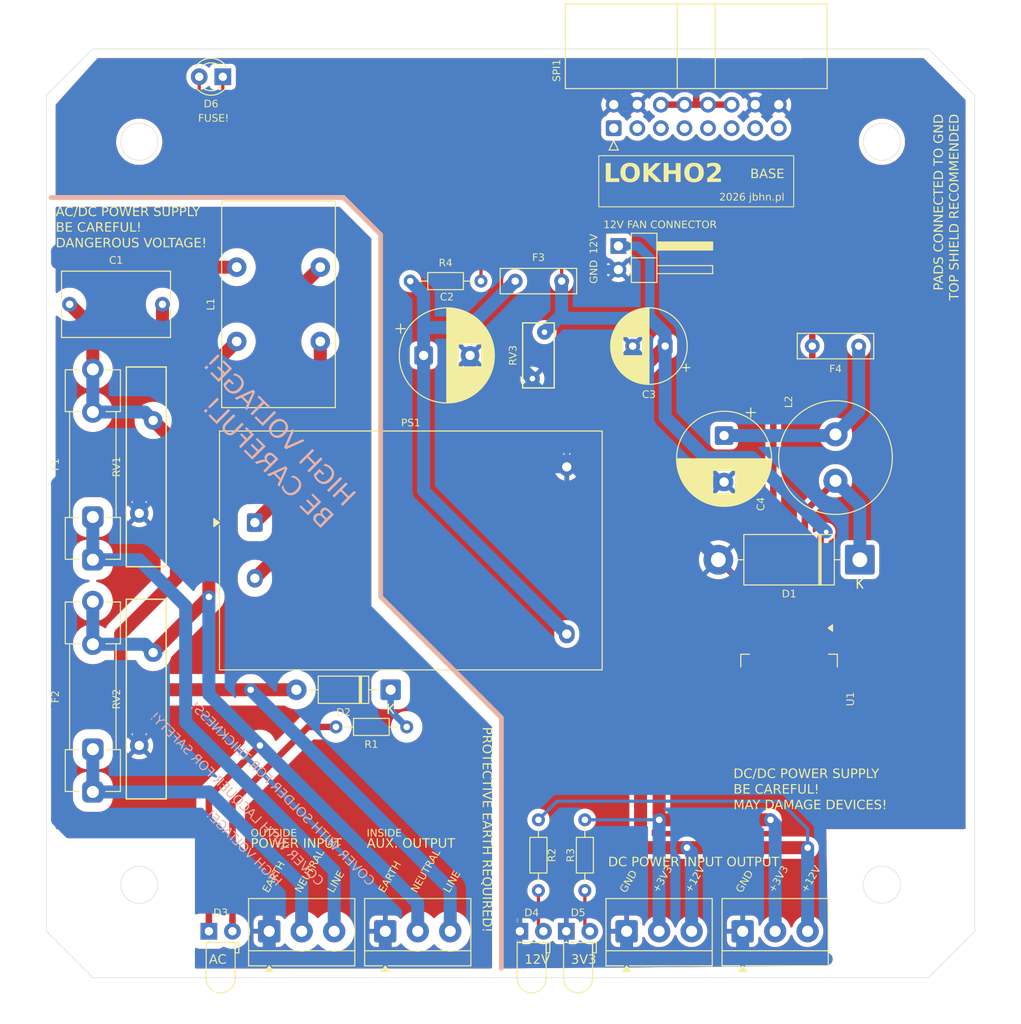
<source format=kicad_pcb>
(kicad_pcb (version 20241229) (generator "pcbnew") (generator_version "9.0")
  (layers (0 "F.Cu" signal) (2 "B.Cu" signal) (13 "F.Paste" user) (15 "B.Paste" user) (5 "F.SilkS" user "F.Silkscreen") (7 "B.SilkS" user "B.Silkscreen") (1 "F.Mask" user) (3 "B.Mask" user) (25 "Edge.Cuts" user))
  (net 0 "")
  (net 1 "LINE_P")
  (net 2 "NEUT_P")
  (net 3 "GND")
  (net 4 "+12V")
  (net 5 "Net-(C4-Pad1)")
  (net 6 "Net-(D1-K)")
  (net 7 "Net-(D2-K)")
  (net 8 "Net-(D3-A)")
  (net 9 "Net-(D4-A)")
  (net 10 "Net-(D5-A)")
  (net 11 "LINE")
  (net 12 "NEUT")
  (net 13 "+3V3")
  (net 14 "PE")
  (net 15 "Net-(PS1-AC{slash}L)")
  (net 16 "Net-(PS1-AC{slash}N)")
  (net 17 "+12V_PF")
  (net 18 "Net-(D6-A)")
  (net 19 "SPI_MISO")
  (net 20 "SPI_MOSI")
  (net 21 "SPI_S2")
  (net 22 "SPI_S1")
  (net 23 "GP")
  (net 24 "SPI_S3")
  (net 25 "SPI_S0")
  (net 26 "SPI_SCK")
  (footprint "Fuse:Fuseholder_Clip-5x20mm_Littelfuse_100_Inline_P20.50x4.60mm_D1.30mm_Horizontal" (layer "F.Cu") (at 105 105 90)
    (property "Reference" "F1" (at 10.25 -4 90) (layer "F.SilkS") (effects (font (size 0.8 0.8))))
    (property "Value" "Fuse")
    (pad "1" thru_hole roundrect (at 0 0 90) (size 2.3 2.3) (drill 1.3) (layers "*.Cu" "*.Mask") (net 11 "LINE"))
    (pad "1" thru_hole roundrect (at 4.6 0 90) (size 2.3 2.3) (drill 1.3) (layers "*.Cu" "*.Mask") (net 11 "LINE"))
    (pad "2" thru_hole circle (at 15.9 0 90) (size 2.3 2.3) (drill 1.3) (layers "*.Cu" "*.Mask") (net 1 "LINE_P"))
    (pad "2" thru_hole circle (at 20.5 0 90) (size 2.3 2.3) (drill 1.3) (layers "*.Cu" "*.Mask") (net 1 "LINE_P"))
  )
  (footprint "Capacitor_THT:C_Rect_L11.5mm_W6.9mm_P10.00mm_MKT" (layer "F.Cu") (at 102.5 77.5)
    (property "Reference" "C1" (at 5 -4.7 0) (layer "F.SilkS") (effects (font (size 0.8 0.8))))
    (property "Value" "100n")
    (pad "1" thru_hole circle (at 0 0) (size 1.6 1.6) (drill 0.8) (layers "*.Cu" "*.Mask") (net 1 "LINE_P"))
    (pad "2" thru_hole circle (at 10 0) (size 1.6 1.6) (drill 0.8) (layers "*.Cu" "*.Mask") (net 2 "NEUT_P"))
  )
  (footprint "TerminalBlock_4Ucon:TerminalBlock_4Ucon_1x03_P3.50mm_Horizontal" (layer "F.Cu") (at 175 145)
    (property "Reference" "J4" (hide yes))
    (property "Value" "DC")
    (pad "1" thru_hole roundrect (at 0 0) (size 2.4 2.4) (drill 1.2) (layers "*.Cu" "*.Mask") (roundrect_rratio 0.104167) (net 3 "GND"))
    (pad "2" thru_hole circle (at 3.5 0) (size 2.4 2.4) (drill 1.2) (layers "*.Cu" "*.Mask") (net 13 "+3V3"))
    (pad "3" thru_hole circle (at 7 0) (size 2.4 2.4) (drill 1.2) (layers "*.Cu" "*.Mask") (net 4 "+12V"))
  )
  (footprint "Varistor:RV_Disc_D21.5mm_W4.3mm_P10mm" (layer "F.Cu") (at 111.5 115 -90)
    (property "Reference" "RV2" (at 5 3.9 90) (layer "F.SilkS") (effects (font (size 0.8 0.8))))
    (property "Value" "275V")
    (pad "1" thru_hole circle (at 0 0 270) (size 2 2) (drill 1) (layers "*.Cu" "*.Mask") (net 2 "NEUT_P"))
    (pad "2" thru_hole circle (at 10 1.5 270) (size 2 2) (drill 1) (layers "*.Cu" "*.Mask") (net 14 "PE"))
  )
  (footprint "LED_THT:LED_D3.0mm_Horizontal_O1.27mm_Z2.0mm" (layer "F.Cu") (at 151 145)
    (property "Reference" "D4" (at 1.27 -1.96 0) (layer "F.SilkS") (effects (font (size 0.8 0.8))))
    (property "Value" "LED")
    (pad "1" thru_hole rect (at 0 0) (size 1.8 1.8) (drill 0.9) (layers "*.Cu" "*.Mask") (net 3 "GND"))
    (pad "2" thru_hole circle (at 2.54 0) (size 1.8 1.8) (drill 0.9) (layers "*.Cu" "*.Mask") (net 9 "Net-(D4-A)"))
  )
  (footprint "TerminalBlock_4Ucon:TerminalBlock_4Ucon_1x03_P3.50mm_Horizontal" (layer "F.Cu") (at 162.5 145)
    (property "Reference" "J3" (hide yes))
    (property "Value" "DC")
    (pad "1" thru_hole roundrect (at 0 0) (size 2.4 2.4) (drill 1.2) (layers "*.Cu" "*.Mask") (roundrect_rratio 0.104167) (net 3 "GND"))
    (pad "2" thru_hole circle (at 3.5 0) (size 2.4 2.4) (drill 1.2) (layers "*.Cu" "*.Mask") (net 13 "+3V3"))
    (pad "3" thru_hole circle (at 7 0) (size 2.4 2.4) (drill 1.2) (layers "*.Cu" "*.Mask") (net 4 "+12V"))
  )
  (footprint "LED_THT:LED_D3.0mm_Horizontal_O1.27mm_Z2.0mm" (layer "F.Cu") (at 117.5 145)
    (property "Reference" "D3" (at 1.27 -1.96 0) (layer "F.SilkS") (effects (font (size 0.8 0.8))))
    (property "Value" "LED")
    (pad "1" thru_hole rect (at 0 0) (size 1.8 1.8) (drill 0.9) (layers "*.Cu" "*.Mask") (net 2 "NEUT_P"))
    (pad "2" thru_hole circle (at 2.54 0) (size 1.8 1.8) (drill 0.9) (layers "*.Cu" "*.Mask") (net 8 "Net-(D3-A)"))
  )
  (footprint "Capacitor_THT:C_Disc_D8.0mm_W2.5mm_P5.00mm" (layer "F.Cu") (at 150.5 75)
    (property "Reference" "F3" (at 2.5 -2.5 0) (layer "F.SilkS") (effects (font (size 0.8 0.8))))
    (property "Value" "1A")
    (pad "1" thru_hole circle (at 0 0) (size 1.6 1.6) (drill 0.8) (layers "*.Cu" "*.Mask") (net 17 "+12V_PF"))
    (pad "2" thru_hole circle (at 5 0) (size 1.6 1.6) (drill 0.8) (layers "*.Cu" "*.Mask") (net 4 "+12V"))
  )
  (footprint "Resistor_THT:R_Axial_DIN0204_L3.6mm_D1.6mm_P7.62mm_Horizontal" (layer "F.Cu") (at 138.81 123 180)
    (property "Reference" "R1" (at 3.81 -1.92 0) (layer "F.SilkS") (effects (font (size 0.8 0.8))))
    (property "Value" "100k")
    (pad "1" thru_hole circle (at 0 0 180) (size 1.4 1.4) (drill 0.7) (layers "*.Cu" "*.Mask") (net 7 "Net-(D2-K)"))
    (pad "2" thru_hole circle (at 7.62 0 180) (size 1.4 1.4) (drill 0.7) (layers "*.Cu" "*.Mask") (net 8 "Net-(D3-A)"))
  )
  (footprint "LED_THT:LED_D3.0mm" (layer "F.Cu") (at 119 53 180)
    (property "Reference" "D6" (at 1.27 -2.96 0) (layer "F.SilkS") (effects (font (size 0.8 0.8))))
    (property "Value" "LED")
    (pad "1" thru_hole rect (at 0 0 180) (size 1.8 1.8) (drill 0.9) (layers "*.Cu" "*.Mask") (net 4 "+12V"))
    (pad "2" thru_hole circle (at 2.54 0 180) (size 1.8 1.8) (drill 0.9) (layers "*.Cu" "*.Mask") (net 18 "Net-(D6-A)"))
  )
  (footprint "Converter_ACDC:Converter_ACDC_Hi-Link_HLK-5Mxx" (layer "F.Cu") (at 122.4525 101)
    (property "Reference" "PS1" (at 16.8 -10.7 0) (layer "F.SilkS") (effects (font (size 0.8 0.8))))
    (property "Value" "HLK-5M12")
    (pad "1" thru_hole roundrect (at 0 0) (size 1.7 2) (drill 1) (layers "*.Cu" "*.Mask") (roundrect_rratio 0.147059) (net 15 "Net-(PS1-AC{slash}L)"))
    (pad "2" thru_hole oval (at 0 6) (size 1.7 2) (drill 1) (layers "*.Cu" "*.Mask") (net 16 "Net-(PS1-AC{slash}N)"))
    (pad "3" thru_hole oval (at 33.6 -6) (size 1.7 2) (drill 1) (layers "*.Cu" "*.Mask") (net 3 "GND"))
    (pad "4" thru_hole oval (at 33.6 12) (size 1.7 2) (drill 1) (layers "*.Cu" "*.Mask") (net 17 "+12V_PF"))
  )
  (footprint "Connector_PinHeader_2.54mm:PinHeader_1x02_P2.54mm_Horizontal" (layer "F.Cu") (at 161.615 71.225)
    (property "Reference" "J5" (hide yes))
    (property "Value" "FAN")
    (pad "1" thru_hole rect (at 0 0) (size 1.7 1.7) (drill 1) (layers "*.Cu" "*.Mask") (net 4 "+12V"))
    (pad "2" thru_hole circle (at 0 2.54) (size 1.7 1.7) (drill 1) (layers "*.Cu" "*.Mask") (net 3 "GND"))
  )
  (footprint "Capacitor_THT:C_Disc_D8.0mm_W2.5mm_P5.00mm" (layer "F.Cu") (at 187.5 82 180)
    (property "Reference" "F4" (at 2.5 -2.5 0) (layer "F.SilkS") (effects (font (size 0.8 0.8))))
    (property "Value" "2A")
    (pad "1" thru_hole circle (at 0 0 180) (size 1.6 1.6) (drill 0.8) (layers "*.Cu" "*.Mask") (net 5 "Net-(C4-Pad1)"))
    (pad "2" thru_hole circle (at 5 0 180) (size 1.6 1.6) (drill 0.8) (layers "*.Cu" "*.Mask") (net 13 "+3V3"))
  )
  (footprint "Resistor_THT:R_Axial_DIN0204_L3.6mm_D1.6mm_P7.62mm_Horizontal" (layer "F.Cu") (at 158 133 -90)
    (property "Reference" "R3" (at 3.81 1.5 90) (layer "F.SilkS") (effects (font (size 0.8 0.8))))
    (property "Value" "1k")
    (pad "1" thru_hole circle (at 0 0 270) (size 1.4 1.4) (drill 0.7) (layers "*.Cu" "*.Mask") (net 13 "+3V3"))
    (pad "2" thru_hole circle (at 7.62 0 270) (size 1.4 1.4) (drill 0.7) (layers "*.Cu" "*.Mask") (net 10 "Net-(D5-A)"))
  )
  (footprint "Resistor_THT:R_Axial_DIN0204_L3.6mm_D1.6mm_P7.62mm_Horizontal" (layer "F.Cu") (at 139.19 75)
    (property "Reference" "R4" (at 3.81 -1.92 0) (layer "F.SilkS") (effects (font (size 0.8 0.8))))
    (property "Value" "10k")
    (pad "1" thru_hole circle (at 0 0) (size 1.4 1.4) (drill 0.7) (layers "*.Cu" "*.Mask") (net 17 "+12V_PF"))
    (pad "2" thru_hole circle (at 7.62 0) (size 1.4 1.4) (drill 0.7) (layers "*.Cu" "*.Mask") (net 18 "Net-(D6-A)"))
  )
  (footprint "Package_TO_SOT_SMD:TO-263-5_TabPin3" (layer "F.Cu") (at 180 120 -90)
    (property "Reference" "U1" (at 0 -6.65 90) (layer "F.SilkS") (effects (font (size 0.8 0.8))))
    (property "Value" "LM2576S-3.3")
    (pad "1" smd roundrect (at -7.65 -3.4 270) (size 4.6 1.1) (layers "F.Cu" "F.Mask" "F.Paste") (roundrect_rratio 0.227273) (net 4 "+12V"))
    (pad "2" smd roundrect (at -7.65 -1.7 270) (size 4.6 1.1) (layers "F.Cu" "F.Mask" "F.Paste") (roundrect_rratio 0.227273) (net 6 "Net-(D1-K)"))
    (pad "3" smd roundrect (at -7.65 0 270) (size 4.6 1.1) (layers "F.Cu" "F.Mask" "F.Paste") (roundrect_rratio 0.227273) (net 3 "GND"))
    (pad "3" smd roundrect (at 1.5 0 270) (size 9.4 10.8) (layers "F.Cu" "F.Mask") (roundrect_rratio 0.026596) (net 3 "GND"))
    (pad "4" smd roundrect (at -7.65 1.7 270) (size 4.6 1.1) (layers "F.Cu" "F.Mask" "F.Paste") (roundrect_rratio 0.227273) (net 13 "+3V3"))
    (pad "5" smd roundrect (at -7.65 3.4 270) (size 4.6 1.1) (layers "F.Cu" "F.Mask" "F.Paste") (roundrect_rratio 0.227273) (net 3 "GND"))
  )
  (footprint "Diode_THT:D_DO-41_SOD81_P10.16mm_Horizontal" (layer "F.Cu") (at 137.08 119 180)
    (property "Reference" "D2" (at 5.08 -2.47 0) (layer "F.SilkS") (effects (font (size 0.8 0.8))))
    (property "Value" "1N4006")
    (fp_text user "K" (at 0 -2.1 0) (layer "F.SilkS"))
    (pad "1" thru_hole roundrect (at 0 0 180) (size 2.2 2.2) (drill 1.1) (layers "*.Cu" "*.Mask") (roundrect_rratio 0.113636) (net 7 "Net-(D2-K)"))
    (pad "2" thru_hole circle (at 10.16 0 180) (size 2.2 2.2) (drill 1.1) (layers "*.Cu" "*.Mask") (net 1 "LINE_P"))
  )
  (footprint "Capacitor_THT:CP_Radial_D8.0mm_P3.50mm" (layer "F.Cu") (at 166.652651 82 180)
    (property "Reference" "C3" (at 1.75 -5.25 0) (layer "F.SilkS") (effects (font (size 0.8 0.8))))
    (property "Value" "330uF")
    (pad "1" thru_hole roundrect (at 0 0 180) (size 1.6 1.6) (drill 0.8) (layers "*.Cu" "*.Mask") (roundrect_rratio 0.15625) (net 4 "+12V"))
    (pad "2" thru_hole circle (at 3.5 0 180) (size 1.6 1.6) (drill 0.8) (layers "*.Cu" "*.Mask") (net 3 "GND"))
  )
  (footprint "Diode_THT:D_DO-201AD_P15.24mm_Horizontal" (layer "F.Cu") (at 187.62 105 180)
    (property "Reference" "D1" (at 7.62 -3.72 0) (layer "F.SilkS") (effects (font (size 0.8 0.8))))
    (property "Value" "1N5822")
    (fp_text user "K" (at 0 -2.6 0) (layer "F.SilkS"))
    (pad "1" thru_hole roundrect (at 0 0 180) (size 3.2 3.2) (drill 1.6) (layers "*.Cu" "*.Mask") (roundrect_rratio 0.078125) (net 6 "Net-(D1-K)"))
    (pad "2" thru_hole circle (at 15.24 0 180) (size 3.2 3.2) (drill 1.6) (layers "*.Cu" "*.Mask") (net 3 "GND"))
  )
  (footprint "Varistor:RV_Disc_D7mm_W3.4mm_P5mm" (layer "F.Cu") (at 153.65 80.5 -90)
    (property "Reference" "RV3" (at 2.5 3.35 90) (layer "F.SilkS") (effects (font (size 0.8 0.8))))
    (property "Value" "18V")
    (pad "1" thru_hole circle (at 0 0 270) (size 1.6 1.6) (drill 0.6) (layers "*.Cu" "*.Mask") (net 4 "+12V"))
    (pad "2" thru_hole circle (at 5 1.3 270) (size 1.6 1.6) (drill 0.6) (layers "*.Cu" "*.Mask") (net 3 "GND"))
  )
  (footprint "Inductor_THT:L_Radial_D12.0mm_P5.00mm_Fastron_11P" (layer "F.Cu") (at 185 96.5 90)
    (property "Reference" "L2" (at 8.5 -5 90) (layer "F.SilkS") (effects (font (size 0.8 0.8))))
    (property "Value" "100uH")
    (pad "1" thru_hole circle (at 0 0 90) (size 2.6 2.6) (drill 1.3) (layers "*.Cu" "*.Mask") (net 6 "Net-(D1-K)"))
    (pad "2" thru_hole circle (at 5 0 90) (size 2.6 2.6) (drill 1.3) (layers "*.Cu" "*.Mask") (net 5 "Net-(C4-Pad1)"))
  )
  (footprint "Fuse:Fuseholder_Clip-5x20mm_Littelfuse_100_Inline_P20.50x4.60mm_D1.30mm_Horizontal" (layer "F.Cu") (at 105 130 90)
    (property "Reference" "F2" (at 10.25 -4 90) (layer "F.SilkS") (effects (font (size 0.8 0.8))))
    (property "Value" "Fuse")
    (pad "1" thru_hole roundrect (at 0 0 90) (size 2.3 2.3) (drill 1.3) (layers "*.Cu" "*.Mask") (net 12 "NEUT"))
    (pad "1" thru_hole roundrect (at 4.6 0 90) (size 2.3 2.3) (drill 1.3) (layers "*.Cu" "*.Mask") (net 12 "NEUT"))
    (pad "2" thru_hole circle (at 15.9 0 90) (size 2.3 2.3) (drill 1.3) (layers "*.Cu" "*.Mask") (net 2 "NEUT_P"))
    (pad "2" thru_hole circle (at 20.5 0 90) (size 2.3 2.3) (drill 1.3) (layers "*.Cu" "*.Mask") (net 2 "NEUT_P"))
  )
  (footprint "TerminalBlock_4Ucon:TerminalBlock_4Ucon_1x03_P3.50mm_Horizontal" (layer "F.Cu") (at 124 145)
    (property "Reference" "J1" (hide yes))
    (property "Value" "AC IN")
    (pad "1" thru_hole roundrect (at 0 0) (size 2.4 2.4) (drill 1.2) (layers "*.Cu" "*.Mask") (roundrect_rratio 0.104167) (net 14 "PE"))
    (pad "2" thru_hole circle (at 3.5 0) (size 2.4 2.4) (drill 1.2) (layers "*.Cu" "*.Mask") (net 12 "NEUT"))
    (pad "3" thru_hole circle (at 7 0) (size 2.4 2.4) (drill 1.2) (layers "*.Cu" "*.Mask") (net 11 "LINE"))
  )
  (footprint "TerminalBlock_4Ucon:TerminalBlock_4Ucon_1x03_P3.50mm_Horizontal" (layer "F.Cu") (at 136.5 145)
    (property "Reference" "J2" (hide yes))
    (property "Value" "AC OUT")
    (pad "1" thru_hole roundrect (at 0 0) (size 2.4 2.4) (drill 1.2) (layers "*.Cu" "*.Mask") (roundrect_rratio 0.104167) (net 14 "PE"))
    (pad "2" thru_hole circle (at 3.5 0) (size 2.4 2.4) (drill 1.2) (layers "*.Cu" "*.Mask") (net 2 "NEUT_P"))
    (pad "3" thru_hole circle (at 7 0) (size 2.4 2.4) (drill 1.2) (layers "*.Cu" "*.Mask") (net 1 "LINE_P"))
  )
  (footprint "Resistor_THT:R_Axial_DIN0204_L3.6mm_D1.6mm_P7.62mm_Horizontal" (layer "F.Cu") (at 153 133 -90)
    (property "Reference" "R2" (at 3.81 -1.5 90) (layer "F.SilkS") (effects (font (size 0.8 0.8))))
    (property "Value" "1k")
    (pad "1" thru_hole circle (at 0 0 270) (size 1.4 1.4) (drill 0.7) (layers "*.Cu" "*.Mask") (net 4 "+12V"))
    (pad "2" thru_hole circle (at 7.62 0 270) (size 1.4 1.4) (drill 0.7) (layers "*.Cu" "*.Mask") (net 9 "Net-(D4-A)"))
  )
  (footprint "Capacitor_THT:CP_Radial_D10.0mm_P5.00mm" (layer "F.Cu") (at 173 91.632323 -90)
    (property "Reference" "C4" (at 7.367677 -4 90) (layer "F.SilkS") (effects (font (size 0.8 0.8))))
    (property "Value" "1mF")
    (pad "1" thru_hole roundrect (at 0 0 270) (size 2 2) (drill 1) (layers "*.Cu" "*.Mask") (roundrect_rratio 0.125) (net 5 "Net-(C4-Pad1)"))
    (pad "2" thru_hole circle (at 5 0 270) (size 2 2) (drill 1) (layers "*.Cu" "*.Mask") (net 3 "GND"))
  )
  (footprint "Capacitor_THT:CP_Radial_D10.0mm_P5.00mm" (layer "F.Cu") (at 140.632323 83)
    (property "Reference" "C2" (at 2.5 -6.25 0) (layer "F.SilkS") (effects (font (size 0.8 0.8))))
    (property "Value" "1mF")
    (pad "1" thru_hole roundrect (at 0 0) (size 2 2) (drill 1) (layers "*.Cu" "*.Mask") (roundrect_rratio 0.125) (net 17 "+12V_PF"))
    (pad "2" thru_hole circle (at 5 0) (size 2 2) (drill 1) (layers "*.Cu" "*.Mask") (net 3 "GND"))
  )
  (footprint "Connector_IDC:IDC-Header_2x08_P2.54mm_Horizontal" (layer "F.Cu") (at 161.11 58.54 90)
    (property "Reference" "SPI1" (at 6.215 -6.1 90) (layer "F.SilkS") (effects (font (size 0.8 0.8))))
    (property "Value" "LOKHO2 SPI")
    (pad "1" thru_hole roundrect (at 0 0 90) (size 1.7 1.7) (drill 1) (layers "*.Cu" "*.Mask") (roundrect_rratio 0.147059) (net 19 "SPI_MISO"))
    (pad "2" thru_hole circle (at 2.54 0 90) (size 1.7 1.7) (drill 1) (layers "*.Cu" "*.Mask") (net 3 "GND"))
    (pad "3" thru_hole circle (at 0 2.54 90) (size 1.7 1.7) (drill 1) (layers "*.Cu" "*.Mask") (net 20 "SPI_MOSI"))
    (pad "4" thru_hole circle (at 2.54 2.54 90) (size 1.7 1.7) (drill 1) (layers "*.Cu" "*.Mask") (net 3 "GND"))
    (pad "5" thru_hole circle (at 0 5.08 90) (size 1.7 1.7) (drill 1) (layers "*.Cu" "*.Mask") (net 26 "SPI_SCK"))
    (pad "6" thru_hole circle (at 2.54 5.08 90) (size 1.7 1.7) (drill 1) (layers "*.Cu" "*.Mask") (net 13 "+3V3"))
    (pad "7" thru_hole circle (at 0 7.62 90) (size 1.7 1.7) (drill 1) (layers "*.Cu" "*.Mask") (net 25 "SPI_S0"))
    (pad "8" thru_hole circle (at 2.54 7.62 90) (size 1.7 1.7) (drill 1) (layers "*.Cu" "*.Mask") (net 13 "+3V3"))
    (pad "9" thru_hole circle (at 0 10.16 90) (size 1.7 1.7) (drill 1) (layers "*.Cu" "*.Mask") (net 22 "SPI_S1"))
    (pad "10" thru_hole circle (at 2.54 10.16 90) (size 1.7 1.7) (drill 1) (layers "*.Cu" "*.Mask") (net 13 "+3V3"))
    (pad "11" thru_hole circle (at 0 12.7 90) (size 1.7 1.7) (drill 1) (layers "*.Cu" "*.Mask") (net 21 "SPI_S2"))
    (pad "12" thru_hole circle (at 2.54 12.7 90) (size 1.7 1.7) (drill 1) (layers "*.Cu" "*.Mask") (net 13 "+3V3"))
    (pad "13" thru_hole circle (at 0 15.24 90) (size 1.7 1.7) (drill 1) (layers "*.Cu" "*.Mask") (net 24 "SPI_S3"))
    (pad "14" thru_hole circle (at 2.54 15.24 90) (size 1.7 1.7) (drill 1) (layers "*.Cu" "*.Mask") (net 3 "GND"))
    (pad "15" thru_hole circle (at 0 17.78 90) (size 1.7 1.7) (drill 1) (layers "*.Cu" "*.Mask") (net 23 "GP"))
    (pad "16" thru_hole circle (at 2.54 17.78 90) (size 1.7 1.7) (drill 1) (layers "*.Cu" "*.Mask") (net 3 "GND"))
  )
  (footprint "LED_THT:LED_D3.0mm_Horizontal_O1.27mm_Z2.0mm" (layer "F.Cu") (at 156 145)
    (property "Reference" "D5" (at 1.27 -1.96 0) (layer "F.SilkS") (effects (font (size 0.8 0.8))))
    (property "Value" "LED")
    (pad "1" thru_hole rect (at 0 0) (size 1.8 1.8) (drill 0.9) (layers "*.Cu" "*.Mask") (net 3 "GND"))
    (pad "2" thru_hole circle (at 2.54 0) (size 1.8 1.8) (drill 0.9) (layers "*.Cu" "*.Mask") (net 10 "Net-(D5-A)"))
  )
  (footprint "Inductor_THT:L_CommonMode_Toroid_Vertical_L22.0mm_W12.0mm_Px9.00mm_Py8.00mm_PRODTech_PDMCAT18107-502ML" (layer "F.Cu") (at 120.5 81.5 90)
    (property "Reference" "L1" (at 4 -2.75 90) (layer "F.SilkS") (effects (font (size 0.8 0.8))))
    (property "Value" "10m")
    (pad "1" thru_hole circle (at 0 0 90) (size 2.1 2.1) (drill 1.05) (layers "*.Cu" "*.Mask") (net 2 "NEUT_P"))
    (pad "2" thru_hole circle (at 0 9 90) (size 2.1 2.1) (drill 1.05) (layers "*.Cu" "*.Mask") (net 16 "Net-(PS1-AC{slash}N)"))
    (pad "3" thru_hole circle (at 8 9 90) (size 2.1 2.1) (drill 1.05) (layers "*.Cu" "*.Mask") (net 15 "Net-(PS1-AC{slash}L)"))
    (pad "4" thru_hole circle (at 8 0 90) (size 2.1 2.1) (drill 1.05) (layers "*.Cu" "*.Mask") (net 1 "LINE_P"))
  )
  (footprint "Varistor:RV_Disc_D21.5mm_W4.3mm_P10mm" (layer "F.Cu") (at 111.5 90 -90)
    (property "Reference" "RV1" (at 5 3.9 90) (layer "F.SilkS") (effects (font (size 0.8 0.8))))
    (property "Value" "275V")
    (pad "1" thru_hole circle (at 0 0 270) (size 2 2) (drill 1) (layers "*.Cu" "*.Mask") (net 1 "LINE_P"))
    (pad "2" thru_hole circle (at 10 1.5 270) (size 2 2) (drill 1) (layers "*.Cu" "*.Mask") (net 14 "PE"))
  )
  (gr_circle (center 110 60) (end 113.5 60) (stroke (width 2)) (fill no) (layers "F.Cu" "F.Mask") (net 3))
  (gr_circle (center 190 60) (end 193.5 60) (stroke (width 2)) (fill no) (layers "F.Cu" "F.Mask") (net 3))
  (gr_line (start 136 109) (end 149 122) (stroke (width 0.5)) (layer "F.SilkS"))
  (gr_line (start 136 70) (end 136 109) (stroke (width 0.5)) (layer "F.SilkS"))
  (gr_line (start 100.5 66) (end 132 66) (stroke (width 0.5)) (layer "F.SilkS"))
  (gr_rect (start 159.5 61.5) (end 180.5 67) (stroke (width 0.1)) (fill no) (layer "F.SilkS"))
  (gr_line (start 149 122) (end 149 149) (stroke (width 0.5)) (layer "F.SilkS"))
  (gr_line (start 132 66) (end 136 70) (stroke (width 0.5)) (layer "F.SilkS"))
  (gr_line (start 136 109) (end 149 122) (stroke (width 0.5)) (layer "B.SilkS"))
  (gr_line (start 136 70) (end 136 109) (stroke (width 0.5)) (layer "B.SilkS"))
  (gr_line (start 132 66) (end 136 70) (stroke (width 0.5)) (layer "B.SilkS"))
  (gr_line (start 100.5 66) (end 132 66) (stroke (width 0.5)) (layer "B.SilkS"))
  (gr_line (start 149 122) (end 149 149) (stroke (width 0.5)) (layer "B.SilkS"))
  (gr_line (start 195 50) (end 200 55) (stroke (width 0.05)) (layer "Edge.Cuts"))
  (gr_line (start 105 150) (end 100 145) (stroke (width 0.05)) (layer "Edge.Cuts"))
  (gr_circle (center 190 60) (end 192 60) (stroke (width 0.05)) (fill no) (layer "Edge.Cuts"))
  (gr_circle (center 190 140) (end 192 140) (stroke (width 0.05)) (fill no) (layer "Edge.Cuts"))
  (gr_line (start 195 150) (end 105 150) (stroke (width 0.05)) (layer "Edge.Cuts"))
  (gr_line (start 100 145) (end 100 55) (stroke (width 0.05)) (layer "Edge.Cuts"))
  (gr_circle (center 110 60) (end 112 60) (stroke (width 0.05)) (fill no) (layer "Edge.Cuts"))
  (gr_line (start 100 55) (end 105 50) (stroke (width 0.05)) (layer "Edge.Cuts"))
  (gr_line (start 105 50) (end 195 50) (stroke (width 0.05)) (layer "Edge.Cuts"))
  (gr_line (start 200 145) (end 195 150) (stroke (width 0.05)) (layer "Edge.Cuts"))
  (gr_line (start 200 55) (end 200 145) (stroke (width 0.05)) (layer "Edge.Cuts"))
  (gr_circle (center 110 140) (end 108 140) (stroke (width 0.05)) (fill no) (layer "Edge.Cuts"))
  (gr_text "OUTSIDE" (at 122 134 0) (layer "F.SilkS") (effects (font (size 0.8 0.8) (thickness 0.125)) (justify left top)))
  (gr_text "EARTH" (at 124 141 60) (layer "F.SilkS") (effects (font (size 0.8 0.8) (thickness 0.125)) (justify left bottom)))
  (gr_text "BASE" (at 179.5 63.5 0) (layer "F.SilkS") (effects (font (size 1 1) (thickness 0.125)) (justify right)))
  (gr_text "AC/DC POWER SUPPLY\nBE CAREFUL!\nDANGEROUS VOLTAGE!" (at 101 67 0) (layer "F.SilkS") (effects (font (size 1 1) (thickness 0.125)) (justify left top)))
  (gr_text "LOKHO2" (at 160 63.5 0) (layer "F.SilkS") (effects (font (size 2 2) (thickness 0.4) (bold yes)) (justify left)))
  (gr_text "NEUTRAL" (at 140 141 60) (layer "F.SilkS") (effects (font (size 0.8 0.8) (thickness 0.125)) (justify left bottom)))
  (gr_text "EARTH" (at 136.5 141 60) (layer "F.SilkS") (effects (font (size 0.8 0.8) (thickness 0.125)) (justify left bottom)))
  (gr_text "FUSE!" (at 118 57.5 0) (layer "F.SilkS") (effects (font (size 0.8 0.8) (thickness 0.125))))
  (gr_text "NEUTRAL" (at 127.5 141 60) (layer "F.SilkS") (effects (font (size 0.8 0.8) (thickness 0.125)) (justify left bottom)))
  (gr_text "PROTECTIVE EARTH REQUIRED!" (at 148 123 270) (layer "F.SilkS") (effects (font (size 1 1) (thickness 0.125)) (justify left top)))
  (gr_text "GND" (at 175 141 60) (layer "F.SilkS") (effects (font (size 0.8 0.8) (thickness 0.125)) (justify left bottom)))
  (gr_text "+12V" (at 169.5 141 60) (layer "F.SilkS") (effects (font (size 0.8 0.8) (thickness 0.125)) (justify left bottom)))
  (gr_text "12V FAN CONNECTOR" (at 160 68.5 0) (layer "F.SilkS") (effects (font (size 0.8 0.8) (thickness 0.125)) (justify left top)))
  (gr_text "2026 jbhn.pl" (at 179.5 66 0) (layer "F.SilkS") (effects (font (size 0.8 0.8) (thickness 0.125)) (justify right)))
  (gr_text "3V3" (at 156.5 147.5 0) (layer "F.SilkS") (effects (font (size 1 1) (thickness 0.125)) (justify left top)))
  (gr_text "+3V3" (at 166 141 60) (layer "F.SilkS") (effects (font (size 0.8 0.8) (thickness 0.125)) (justify left bottom)))
  (gr_text "INSIDE" (at 134.5 134 0) (layer "F.SilkS") (effects (font (size 0.8 0.8) (thickness 0.125)) (justify left top)))
  (gr_text "+3V3" (at 178.5 141 60) (layer "F.SilkS") (effects (font (size 0.8 0.8) (thickness 0.125)) (justify left bottom)))
  (gr_text "LINE" (at 143.5 141 60) (layer "F.SilkS") (effects (font (size 0.8 0.8) (thickness 0.125)) (justify left bottom)))
  (gr_text "POWER INPUT" (at 122 135 0) (layer "F.SilkS") (effects (font (size 1 1) (thickness 0.125)) (justify left top)))
  (gr_text "GND" (at 159 74 90) (layer "F.SilkS") (effects (font (size 0.8 0.8) (thickness 0.125))))
  (gr_text "12V" (at 159 71 90) (layer "F.SilkS") (effects (font (size 0.8 0.8) (thickness 0.125))))
  (gr_text "12V" (at 151.5 147.5 0) (layer "F.SilkS") (effects (font (size 1 1) (thickness 0.125)) (justify left top)))
  (gr_text "DC/DC POWER SUPPLY\nBE CAREFUL!\nMAY DAMAGE DEVICES!" (at 174 127.5 0) (layer "F.SilkS") (effects (font (size 1 1) (thickness 0.125)) (justify left top)))
  (gr_text "DC POWER INPUT OUTPUT" (at 160.5 137 0) (layer "F.SilkS") (effects (font (size 1 1) (thickness 0.125)) (justify left top)))
  (gr_text "AC" (at 117.5 147.5 0) (layer "F.SilkS") (effects (font (size 1 1) (thickness 0.125)) (justify left top)))
  (gr_text "LINE" (at 131 141 60) (layer "F.SilkS") (effects (font (size 0.8 0.8) (thickness 0.125)) (justify left bottom)))
  (gr_text "+12V" (at 182 141 60) (layer "F.SilkS") (effects (font (size 0.8 0.8) (thickness 0.125)) (justify left bottom)))
  (gr_text "GND" (at 162.5 141 60) (layer "F.SilkS") (effects (font (size 0.8 0.8) (thickness 0.125)) (justify left bottom)))
  (gr_text "PADS CONNECTED TO GND\nTOP SHIELD RECOMMENDED" (at 197 57 90) (layer "F.SilkS") (effects (font (size 1 1) (thickness 0.125)) (justify right)))
  (gr_text "AUX. OUTPUT" (at 134.5 135 0) (layer "F.SilkS") (effects (font (size 1 1) (thickness 0.125)) (justify left top)))
  (gr_text "COVER WITH LACQUER FOR SAFETY!" (at 130 139.5 315) (layer "B.SilkS") (effects (font (size 1 1) (thickness 0.125)) (justify left top mirror)))
  (gr_text "HIGH VOLTAGE!" (at 125.5 139.5 315) (layer "B.SilkS") (effects (font (size 1 1) (thickness 0.125)) (justify left top mirror)))
  (gr_text "HIGH VOLTAGE! \nBE CAREFUL!" (at 131.5 100 315) (layer "B.SilkS") (effects (font (size 2 2) (thickness 0.125)) (justify left mirror)))
  (gr_text "COVER WITH SOLDER FOR THICKNESS!" (at 135.5 139.5 315) (layer "B.SilkS") (effects (font (size 1 1) (thickness 0.125)) (justify left top mirror)))
  (segment (start 114 105) (end 114 107) (width 1.4) (layer "F.Cu") (net 1))
  (segment (start 121 119) (end 122 119) (width 1.4) (layer "F.Cu") (net 1))
  (segment (start 114 107) (end 109 112) (width 1.4) (layer "F.Cu") (net 1))
  (segment (start 120 119) (end 121 119) (width 1.4) (layer "F.Cu") (net 1))
  (segment (start 111.5 90) (end 114 92.5) (width 1.4) (layer "F.Cu") (net 1))
  (segment (start 105 80) (end 102.5 77.5) (width 1.4) (layer "F.Cu") (net 1))
  (segment (start 105 80) (end 111.5 73.5) (width 1.4) (layer "F.Cu") (net 1))
  (segment (start 109 119) (end 120 119) (width 1.4) (layer "F.Cu") (net 1))
  (segment (start 109 112) (end 108 113) (width 1.4) (layer "F.Cu") (net 1))
  (segment (start 111.5 73.5) (end 120.5 73.5) (width 1.4) (layer "F.Cu") (net 1))
  (segment (start 108 118) (end 109 119) (width 1.4) (layer "F.Cu") (net 1))
  (segment (start 105 84.5) (end 105 80) (width 1.4) (layer "F.Cu") (net 1))
  (segment (start 122 119) (end 126.92 119) (width 1.4) (layer "F.Cu") (net 1))
  (segment (start 108 113) (end 108 118) (width 1.4) (layer "F.Cu") (net 1))
  (segment (start 114 92.5) (end 114 105) (width 1.4) (layer "F.Cu") (net 1))
  (via (at 122 119) (size 1.4) (drill 0.7) (layers "F.Cu" "B.Cu") (net 1))
  (segment (start 110.6 89.1) (end 111.5 90) (width 1.4) (layers "B.Cu" "B.Mask") (net 1))
  (segment (start 143.5 145) (end 143.5 140.5) (width 1.4) (layer "B.Cu") (net 1))
  (segment (start 105 89.1) (end 110.6 89.1) (width 1.4) (layers "B.Cu" "B.Mask") (net 1))
  (segment (start 143.5 140.5) (end 122 119) (width 1.4) (layer "B.Cu") (net 1))
  (segment (start 105 89.1) (end 105 84.5) (width 1.4) (layers "B.Cu" "B.Mask") (net 1))
  (segment (start 117.5 130.5) (end 123 125) (width 0.7) (layer "F.Cu") (net 2))
  (segment (start 117.5 84.5) (end 112.5 79.5) (width 1.4) (layer "F.Cu") (net 2))
  (segment (start 120.5 81.5) (end 117.5 84.5) (width 1.4) (layer "F.Cu") (net 2))
  (segment (start 111.5 115) (end 115 111.5) (width 1.4) (layer "F.Cu") (net 2))
  (segment (start 117.5 145) (end 117.5 130.5) (width 0.7) (layer "F.Cu") (net 2))
  (segment (start 112.5 79.5) (end 112.5 77.5) (width 1.4) (layer "F.Cu") (net 2))
  (segment (start 117.5 84.5) (end 117.5 109) (width 1.4) (layer "F.Cu") (net 2))
  (segment (start 117.5 109) (end 115 111.5) (width 1.4) (layer "F.Cu") (net 2))
  (via (at 117.5 109) (size 1.4) (drill 0.7) (layers "F.Cu" "B.Cu") (net 2))
  (via (at 123 125) (size 1.4) (drill 0.7) (layers "F.Cu" "B.Cu") (net 2))
  (segment (start 110.6 114.1) (end 111.5 115) (width 1.4) (layers "B.Cu" "B.Mask") (net 2))
  (segment (start 105 114.1) (end 110.6 114.1) (width 1.4) (layers "B.Cu" "B.Mask") (net 2))
  (segment (start 123 125) (end 117.5 119.5) (width 1.4) (layer "B.Cu") (net 2))
  (segment (start 105 114.1) (end 105 109.5) (width 1.4) (layers "B.Cu" "B.Mask") (net 2))
  (segment (start 140 145) (end 140 142) (width 1.4) (layer "B.Cu") (net 2))
  (segment (start 117.5 119.5) (end 117.5 109) (width 1.4) (layer "B.Cu") (net 2))
  (segment (start 140 142) (end 123 125) (width 1.4) (layer "B.Cu") (net 2))
  (segment (start 176.6 112.35) (end 176.6 109.22) (width 0.7) (layer "F.Cu") (net 3))
  (segment (start 176.6 118.1) (end 180 121.5) (width 0.7) (layer "F.Cu") (net 3))
  (segment (start 176.6 109.22) (end 172.38 105) (width 0.7) (layer "F.Cu") (net 3))
  (segment (start 180 112.35) (end 180 121.5) (width 0.7) (layer "F.Cu") (net 3))
  (segment (start 176.6 112.35) (end 176.6 118.1) (width 0.7) (layer "F.Cu") (net 3))
  (segment (start 150 95) (end 156.0525 95) (width 1.4) (layer "B.Cu") (net 3))
  (segment (start 145.632323 90.632323) (end 150 95) (width 1.4) (layer "B.Cu") (net 3))
  (segment (start 162 148) (end 175 148) (width 1.4) (layer "B.Cu") (net 3))
  (segment (start 160 98) (end 160 112) (width 1.4) (layer "B.Cu") (net 3))
  (segment (start 164.012323 96.632323) (end 162.38 95) (width 1.4) (layer "B.Cu") (net 3))
  (segment (start 157 95) (end 156.0525 95) (width 1.4) (layer "B.Cu") (net 3))
  (segment (start 160 112) (end 160 120) (width 1.4) (layer "B.Cu") (net 3))
  (segment (start 158.765 73.765) (end 156.5 71.5) (width 1) (layer "B.Cu") (net 3))
  (segment (start 162.5 147.5) (end 162 148) (width 1.4) (layer "B.Cu") (net 3))
  (segment (start 173 96.632323) (end 164.012323 96.632323) (width 1.4) (layer "B.Cu") (net 3))
  (segment (start 153 55) (end 153 71.5) (width 1.4) (layer "B.Cu") (net 3))
  (segment (start 161.11 54.11) (end 159 52) (width 1.4) (layer "B.Cu") (net 3))
  (segment (start 150 145) (end 150 148) (width 1.4) (layer "B.Cu") (net 3))
  (segment (start 161.615 73.765) (end 158.765 73.765) (width 1) (layer "B.Cu") (net 3))
  (segment (start 150 130) (end 150 141) (width 1.4) (layer "B.Cu") (net 3))
  (segment (start 145.632323 83) (end 145.632323 90.632323) (width 1.4) (layer "B.Cu") (net 3))
  (segment (start 150 141) (end 150 145) (width 1.4) (layer "B.Cu") (net 3))
  (segment (start 161.11 56) (end 161.11 54.11) (width 1.4) (layer "B.Cu") (net 3))
  (segment (start 163.65 56) (end 161.11 56) (width 1.4) (layer "B.Cu") (net 3))
  (segment (start 151 79) (end 151 84.15) (width 1.4) (layer "B.Cu") (net 3))
  (segment (start 156 145) (end 156 148) (width 0.35) (layer "B.Cu") (net 3))
  (segment (start 175 145) (end 175 148) (width 1.4) (layer "B.Cu") (net 3))
  (segment (start 163.152651 87.899849) (end 163.152651 82) (width 1.4) (layer "B.Cu") (net 3))
  (segment (start 160 120) (end 152 128) (width 1.4) (layer "B.Cu") (net 3))
  (segment (start 156 148) (end 162 148) (width 1.4) (layer "B.Cu") (net 3))
  (segment (start 172.38 105) (end 164.012323 96.632323) (width 1.4) (layer "B.Cu") (net 3))
  (segment (start 152 128) (end 150 130) (width 1.4) (layer "B.Cu") (net 3))
  (segment (start 153 77) (end 151 79) (width 1.4) (layer "B.Cu") (net 3))
  (segment (start 178.89 56) (end 178.89 53.89) (width 1.4) (layer "B.Cu") (net 3))
  (segment (start 152.35 91.2975) (end 156.0525 95) (width 1.4) (layer "B.Cu") (net 3))
  (segment (start 162.38 95) (end 157 95) (width 1.4) (layer "B.Cu") (net 3))
  (segment (start 156.0525 95) (end 163.152651 87.899849) (width 1.4) (layer "B.Cu") (net 3))
  (segment (start 178.89 53.89) (end 177 52) (width 1.4) (layer "B.Cu") (net 3))
  (segment (start 176.35 56) (end 178.89 56) (width 1.4) (layer "B.Cu") (net 3))
  (segment (start 157 95) (end 160 98) (width 1.4) (layer "B.Cu") (net 3))
  (segment (start 150 148) (end 156 148) (width 1.4) (layer "B.Cu") (net 3))
  (segment (start 156.5 71.5) (end 153 71.5) (width 1) (layer "B.Cu") (net 3))
  (segment (start 177 52) (end 159 52) (width 1.4) (layer "B.Cu") (net 3))
  (segment (start 153 71.5) (end 153 77) (width 1.4) (layer "B.Cu") (net 3))
  (segment (start 175 148) (end 184 148) (width 1.4) (layer "B.Cu") (net 3))
  (segment (start 162.5 145) (end 162.5 147.5) (width 1.4) (layer "B.Cu") (net 3))
  (segment (start 156 52) (end 153 55) (width 1.4) (layer "B.Cu") (net 3))
  (segment (start 151 84.15) (end 152.35 85.5) (width 1.4) (layer "B.Cu") (net 3))
  (segment (start 151 145) (end 150 145) (width 0.35) (layer "B.Cu") (net 3))
  (segment (start 159 52) (end 156 52) (width 1.4) (layer "B.Cu") (net 3))
  (segment (start 152.35 85.5) (end 152.35 91.2975) (width 1.4) (layer "B.Cu") (net 3))
  (segment (start 119 58) (end 122 61) (width 0.35) (layer "F.Cu") (net 4))
  (segment (start 154 71) (end 155.5 72.5) (width 0.35) (layer "F.Cu") (net 4))
  (segment (start 164 84.652651) (end 166.652651 82) (width 1.4) (layer "F.Cu") (net 4))
  (segment (start 122 61) (end 139 61) (width 0.35) (layer "F.Cu") (net 4))
  (segment (start 169 136) (end 182 136) (width 1.4) (layer "F.Cu") (net 4))
  (segment (start 164 136) (end 169 136) (width 1.4) (layer "F.Cu") (net 4))
  (segment (start 164 122) (end 164 84.652651) (width 1.4) (layer "F.Cu") (net 4))
  (segment (start 155.5 72.5) (end 155.5 75) (width 0.35) (layer "F.Cu") (net 4))
  (segment (start 164 122) (end 164 136) (width 1.4) (layer "F.Cu") (net 4))
  (segment (start 139 61) (end 149 71) (width 0.35) (layer "F.Cu") (net 4))
  (segment (start 119 53) (end 119 58) (width 0.35) (layer "F.Cu") (net 4))
  (segment (start 183.4 112.35) (end 183.4 102.6) (width 0.7) (layer "F.Cu") (net 4))
  (segment (start 183.4 102.6) (end 184 102) (width 0.7) (layer "F.Cu") (net 4))
  (segment (start 149 71) (end 154 71) (width 0.35) (layer "F.Cu") (net 4))
  (via (at 182 136) (size 1.4) (drill 0.7) (layers "F.Cu" "B.Cu") (net 4))
  (via (at 169 136) (size 1.4) (drill 0.7) (layers "F.Cu" "B.Cu") (net 4))
  (via (at 184 102) (size 1) (drill 0.5) (layers "F.Cu" "B.Cu") (net 4))
  (segment (start 163.725 71.225) (end 165 72.5) (width 1) (layer "B.Cu") (net 4))
  (segment (start 166.652651 82) (end 166.652651 89.652651) (width 1.4) (layer "B.Cu") (net 4))
  (segment (start 182 134) (end 182 136) (width 0.35) (layer "B.Cu") (net 4))
  (segment (start 155.85 79) (end 155.5 78.65) (width 1.4) (layer "B.Cu") (net 4))
  (segment (start 165 79) (end 155.85 79) (width 1.4) (layer "B.Cu") (net 4))
  (segment (start 165 72.5) (end 165 79) (width 1) (layer "B.Cu") (net 4))
  (segment (start 171 94) (end 176 94) (width 1.4) (layer "B.Cu") (net 4))
  (segment (start 179 131) (end 182 134) (width 0.35) (layer "B.Cu") (net 4))
  (segment (start 161.615 71.225) (end 163.725 71.225) (width 1) (layer "B.Cu") (net 4))
  (segment (start 155.5 78.65) (end 155.5 75) (width 1.4) (layer "B.Cu") (net 4))
  (segment (start 155 131) (end 179 131) (width 0.35) (layer "B.Cu") (net 4))
  (segment (start 176 94) (end 184 102) (width 1.4) (layer "B.Cu") (net 4))
  (segment (start 153 133) (end 155 131) (width 0.35) (layer "B.Cu") (net 4))
  (segment (start 166.652651 89.652651) (end 171 94) (width 1.4) (layer "B.Cu") (net 4))
  (segment (start 182 136) (end 182 145) (width 1.4) (layer "B.Cu") (net 4))
  (segment (start 166.652651 80.652651) (end 165 79) (width 1.4) (layer "B.Cu") (net 4))
  (segment (start 169 136) (end 169.5 136.5) (width 1.4) (layer "B.Cu") (net 4))
  (segment (start 153.65 80.5) (end 155.5 78.65) (width 1.4) (layer "B.Cu") (net 4))
  (segment (start 166.652651 82) (end 166.652651 80.652651) (width 1.4) (layer "B.Cu") (net 4))
  (segment (start 169.5 136.5) (end 169.5 145) (width 1.4) (layer "B.Cu") (net 4))
  (segment (start 187.5 82) (end 187.5 89) (width 1.4) (layer "B.Cu") (net 5))
  (segment (start 173 91.632323) (end 184.867677 91.632323) (width 1.4) (layer "B.Cu") (net 5))
  (segment (start 184.867677 91.632323) (end 185 91.5) (width 1.4) (layer "B.Cu") (net 5))
  (segment (start 187.5 89) (end 185 91.5) (width 1.4) (layer "B.Cu") (net 5))
  (segment (start 181.7 99.8) (end 185 96.5) (width 0.7) (layer "F.Cu") (net 6))
  (segment (start 181.7 112.35) (end 181.7 99.8) (width 0.7) (layer "F.Cu") (net 6))
  (segment (start 185 96.5) (end 187.62 99.12) (width 1.4) (layer "B.Cu") (net 6))
  (segment (start 187.62 99.12) (end 187.62 105) (width 1.4) (layer "B.Cu") (net 6))
  (segment (start 137.08 119) (end 137.08 121.27) (width 0.7) (layer "B.Cu") (net 7))
  (segment (start 137.08 121.27) (end 138.81 123) (width 0.7) (layer "B.Cu") (net 7))
  (segment (start 128.19 123) (end 131.19 123) (width 0.7) (layer "F.Cu") (net 8))
  (segment (start 120.04 131.15) (end 128.19 123) (width 0.7) (layer "F.Cu") (net 8))
  (segment (start 120.04 145) (end 120.04 131.15) (width 0.7) (layer "F.Cu") (net 8))
  (segment (start 153 144.46) (end 153.54 145) (width 0.35) (layer "F.Cu") (net 9))
  (segment (start 153 140.62) (end 153 144.46) (width 0.35) (layer "F.Cu") (net 9))
  (segment (start 158 140.62) (end 158 144.46) (width 0.35) (layer "F.Cu") (net 10))
  (segment (start 158 144.46) (end 158.54 145) (width 0.35) (layer "F.Cu") (net 10))
  (segment (start 115 122.5) (end 131 138.5) (width 1.4) (layers "B.Cu" "B.Mask") (net 11))
  (segment (start 131 138.5) (end 131 145) (width 1.4) (layers "B.Cu" "B.Mask") (net 11))
  (segment (start 115 110) (end 115 122.5) (width 1.4) (layers "B.Cu" "B.Mask") (net 11))
  (segment (start 105 100.4) (end 105 105) (width 1.4) (layers "B.Cu" "B.Mask") (net 11))
  (segment (start 105 105) (end 110 105) (width 1.4) (layers "B.Cu" "B.Mask") (net 11))
  (segment (start 110 105) (end 115 110) (width 1.4) (layers "B.Cu" "B.Mask") (net 11))
  (segment (start 117.5 130) (end 127.5 140) (width 1.4) (layers "B.Cu" "B.Mask") (net 12))
  (segment (start 127.5 140) (end 127.5 145) (width 1.4) (layers "B.Cu" "B.Mask") (net 12))
  (segment (start 105 130) (end 117.5 130) (width 1.4) (layers "B.Cu" "B.Mask") (net 12))
  (segment (start 105 125.4) (end 105 130) (width 1.4) (layers "B.Cu" "B.Mask") (net 12))
  (segment (start 182.5 82) (end 182.5 53.5) (width 0.7) (layer "F.Cu") (net 13))
  (segment (start 166.19 56) (end 170 56) (width 0.7) (layer "F.Cu") (net 13))
  (segment (start 178.3 112.35) (end 178.3 101) (width 0.7) (layer "F.Cu") (net 13))
  (segment (start 181 52) (end 171 52) (width 0.7) (layer "F.Cu") (net 13))
  (segment (start 182.5 85.1) (end 182.5 82) (width 0.7) (layer "F.Cu") (net 13))
  (segment (start 170 53) (end 170 56) (width 0.7) (layer "F.Cu") (net 13))
  (segment (start 166 133) (end 178 133) (width 1.4) (layer "F.Cu") (net 13))
  (segment (start 170 56) (end 173.81 56) (width 0.7) (layer "F.Cu") (net 13))
  (segment (start 166 125) (end 166 133) (width 1.4) (layer "F.Cu") (net 13))
  (segment (start 178.3 101) (end 178.3 89.3) (width 0.7) (layer "F.Cu") (net 13))
  (segment (start 182.5 53.5) (end 181 52) (width 0.7) (layer "F.Cu") (net 13))
  (segment (start 171 52) (end 170 53) (width 0.7) (layer "F.Cu") (net 13))
  (segment (start 178.3 89.3) (end 182.5 85.1) (width 0.7) (layer "F.Cu") (net 13))
  (segment (start 166 103) (end 168 101) (width 1.4) (layer "F.Cu") (net 13))
  (segment (start 168 101) (end 178.3 101) (width 1.4) (layer "F.Cu") (net 13))
  (segment (start 166 125) (end 166 103) (width 1.4) (layer "F.Cu") (net 13))
  (via (at 178 133) (size 1.4) (drill 0.7) (layers "F.Cu" "B.Cu") (net 13))
  (via (at 166 133) (size 1.4) (drill 0.7) (layers "F.Cu" "B.Cu") (net 13))
  (segment (start 166 133) (end 166 145) (width 1.4) (layer "B.Cu") (net 13))
  (segment (start 178.5 133.5) (end 178.5 145) (width 1.4) (layer "B.Cu") (net 13))
  (segment (start 178 133) (end 178.5 133.5) (width 1.4) (layer "B.Cu") (net 13))
  (segment (start 158 133) (end 166 133) (width 0.35) (layer "B.Cu") (net 13))
  (segment (start 108 119) (end 106 119) (width 1.4) (layer "B.Cu") (net 14))
  (segment (start 101.201 71.799) (end 101.201 73) (width 1.4) (layer "B.Cu") (net 14))
  (segment (start 124 145) (end 124 141.5) (width 1.4) (layers "B.Cu" "B.Mask") (net 14))
  (segment (start 147 148) (end 147 123) (width 1.4) (layer "B.Cu") (net 14))
  (segment (start 136 112) (end 134 110) (width 1.4) (layer "B.Cu") (net 14))
  (segment (start 101.201 120.799) (end 103 119) (width 1.4) (layers "B.Cu" "B.Mask") (net 14))
  (segment (start 124 148) (end 136.5 148) (width 1.4) (layers "B.Cu" "B.Mask") (net 14))
  (segment (start 136.5 148) (end 147 148) (width 1.4) (layer "B.Cu") (net 14))
  (segment (start 117.5 135) (end 116.799 134.299) (width 1.4) (layers "B.Cu" "B.Mask") (net 14))
  (segment (start 105 68) (end 101.201 71.799) (width 1.4) (layer "B.Cu") (net 14))
  (segment (start 101.201 96.799) (end 103 95) (width 1.4) (layers "B.Cu" "B.Mask") (net 14))
  (segment (start 116.799 134.299) (end 102.5 134.299) (width 1.4) (layers "B.Cu" "B.Mask") (net 14))
  (segment (start 134 71) (end 131 68) (width 1.4) (layer "B.Cu") (net 14))
  (segment (start 108 95) (end 110 97) (width 1.4) (layers "B.Cu" "B.Mask") (net 14))
  (segment (start 147 123) (end 136 112) (width 1.4) (layer "B.Cu") (net 14))
  (segment (start 124 141.5) (end 117.5 135) (width 1.4) (layers "B.Cu" "B.Mask") (net 14))
  (segment (start 131 68) (end 125 68) (width 1.4) (layer "B.Cu") (net 14))
  (segment (start 110 97) (end 110 100) (width 1.4) (layers "B.Cu" "B.Mask") (net 14))
  (segment (start 103 119) (end 108 119) (width 1.4) (layers "B.Cu" "B.Mask") (net 14))
  (segment (start 101.201 133) (end 101.201 120.799) (width 1.4) (layers "B.Cu" "B.Mask") (net 14))
  (segment (start 103 95) (end 108 95) (width 1.4) (layers "B.Cu" "B.Mask") (net 14))
  (segment (start 134 110) (end 134 71) (width 1.4) (layer "B.Cu") (net 14))
  (segment (start 110 125) (end 110 121) (width 1.4) (layers "B.Cu" "B.Mask") (net 14))
  (segment (start 125 68) (end 105 68) (width 1.4) (layer "B.Cu") (net 14))
  (segment (start 124 145) (end 124 148) (width 1.4) (layers "B.Cu" "B.Mask") (net 14))
  (segment (start 101.201 120.799) (end 101.201 96.799) (width 1.4) (layers "B.Cu" "B.Mask") (net 14))
  (segment (start 102.5 134.299) (end 101.201 133) (width 1.4) (layers "B.Cu" "B.Mask") (net 14))
  (segment (start 136.5 145) (end 136.5 148) (width 1.4) (layers "B.Cu" "B.Mask") (net 14))
  (segment (start 110 121) (end 108 119) (width 1.4) (layers "B.Cu" "B.Mask") (net 14))
  (segment (start 129.5 73.5) (end 125 78) (width 1.4) (layer "F.Cu") (net 15))
  (segment (start 125 78) (end 125 98.4525) (width 1.4) (layer "F.Cu") (net 15))
  (segment (start 125 98.4525) (end 122.4525 101) (width 1.4) (layer "F.Cu") (net 15))
  (segment (start 129.5 99.9525) (end 122.4525 107) (width 1.4) (layer "F.Cu") (net 16))
  (segment (start 129.5 81.5) (end 129.5 99.9525) (width 1.4) (layer "F.Cu") (net 16))
  (segment (start 140.632323 80) (end 140.632323 76.442323) (width 1.4) (layer "B.Cu") (net 17))
  (segment (start 145.5 80) (end 150.5 75) (width 1.4) (layer "B.Cu") (net 17))
  (segment (start 140.632323 97.579823) (end 156.0525 113) (width 1.4) (layer "B.Cu") (net 17))
  (segment (start 140.632323 83) (end 140.632323 97.579823) (width 1.4) (layer "B.Cu") (net 17))
  (segment (start 140.632323 76.442323) (end 139.19 75) (width 1.4) (layer "B.Cu") (net 17))
  (segment (start 140.632323 80) (end 145.5 80) (width 1.4) (layer "B.Cu") (net 17))
  (segment (start 140.632323 83) (end 140.632323 80) (width 1.4) (layer "B.Cu") (net 17))
  (segment (start 121 62) (end 116.46 57.46) (width 0.35) (layer "F.Cu") (net 18))
  (segment (start 138 62) (end 121 62) (width 0.35) (layer "F.Cu") (net 18))
  (segment (start 146.81 75) (end 146.81 70.81) (width 0.35) (layer "F.Cu") (net 18))
  (segment (start 146.81 70.81) (end 138 62) (width 0.35) (layer "F.Cu") (net 18))
  (segment (start 116.46 57.46) (end 116.46 53) (width 0.35) (layer "F.Cu") (net 18))
  (zone (net 3) (net_name "GND") (layers "F.Cu" "B.Cu") (priority 1) (connect_pads (clearance 0.5)) (min_thickness 0.25) (fill yes (thermal_gap 0.5) (thermal_bridge_width 0.5))
    (polygon (pts (xy 101 56) (xy 105.5 51) (xy 194.5 51) (xy 199 55.5) (xy 199 66) (xy 199 134) (xy 184 134) (xy 184.22 148.72) (xy 149 149) (xy 149 122) (xy 136 109) (xy 136 70) (xy 132 66) (xy 101 66)))
  )
  (zone (net 0) (net_name "") (layers "F.Cu" "B.Cu") (name "MOUNTING") (connect_pads (clearance 0)) (min_thickness 0.25)
    (keepout (tracks not_allowed) (vias not_allowed) (pads not_allowed) (copperpour not_allowed) (footprints not_allowed))
    (fill (thermal_gap 0.5) (thermal_bridge_width 0.5))
    (polygon (pts (xy 205 155) (xy 205 135) (xy 185 135) (xy 185 155)))
  )
  (zone (net 14) (net_name "PE") (layers "F.Cu" "B.Cu") (connect_pads (clearance 1)) (min_thickness 0.25) (fill yes (thermal_gap 0.5) (thermal_bridge_width 0.5))
    (polygon (pts (xy 101 72) (xy 101 67) (xy 132 67) (xy 135 70) (xy 135 110) (xy 148 123) (xy 148 149) (xy 116 149) (xy 116 134) (xy 101 134)))
  )
  (zone (net 0) (net_name "") (layers "F.Cu" "B.Cu") (name "MOUNTING") (connect_pads (clearance 0)) (min_thickness 0.25)
    (keepout (tracks not_allowed) (vias not_allowed) (pads not_allowed) (copperpour not_allowed) (footprints not_allowed))
    (fill (thermal_gap 0.5) (thermal_bridge_width 0.5))
    (polygon (pts (xy 115 155) (xy 115 135) (xy 95 135) (xy 95 155)))
  )
)
</source>
